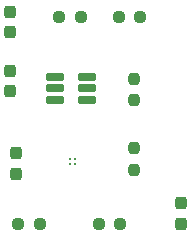
<source format=gbr>
%TF.GenerationSoftware,KiCad,Pcbnew,9.0.6*%
%TF.CreationDate,2026-01-29T18:16:48-08:00*%
%TF.ProjectId,Lab3,4c616233-2e6b-4696-9361-645f70636258,rev?*%
%TF.SameCoordinates,Original*%
%TF.FileFunction,Paste,Top*%
%TF.FilePolarity,Positive*%
%FSLAX46Y46*%
G04 Gerber Fmt 4.6, Leading zero omitted, Abs format (unit mm)*
G04 Created by KiCad (PCBNEW 9.0.6) date 2026-01-29 18:16:48*
%MOMM*%
%LPD*%
G01*
G04 APERTURE LIST*
G04 Aperture macros list*
%AMRoundRect*
0 Rectangle with rounded corners*
0 $1 Rounding radius*
0 $2 $3 $4 $5 $6 $7 $8 $9 X,Y pos of 4 corners*
0 Add a 4 corners polygon primitive as box body*
4,1,4,$2,$3,$4,$5,$6,$7,$8,$9,$2,$3,0*
0 Add four circle primitives for the rounded corners*
1,1,$1+$1,$2,$3*
1,1,$1+$1,$4,$5*
1,1,$1+$1,$6,$7*
1,1,$1+$1,$8,$9*
0 Add four rect primitives between the rounded corners*
20,1,$1+$1,$2,$3,$4,$5,0*
20,1,$1+$1,$4,$5,$6,$7,0*
20,1,$1+$1,$6,$7,$8,$9,0*
20,1,$1+$1,$8,$9,$2,$3,0*%
G04 Aperture macros list end*
%ADD10RoundRect,0.237500X-0.250000X-0.237500X0.250000X-0.237500X0.250000X0.237500X-0.250000X0.237500X0*%
%ADD11RoundRect,0.237500X-0.237500X0.250000X-0.237500X-0.250000X0.237500X-0.250000X0.237500X0.250000X0*%
%ADD12RoundRect,0.237500X0.237500X-0.250000X0.237500X0.250000X-0.237500X0.250000X-0.237500X-0.250000X0*%
%ADD13RoundRect,0.237500X0.237500X-0.300000X0.237500X0.300000X-0.237500X0.300000X-0.237500X-0.300000X0*%
%ADD14RoundRect,0.237500X-0.237500X0.287500X-0.237500X-0.287500X0.237500X-0.287500X0.237500X0.287500X0*%
%ADD15RoundRect,0.237500X0.250000X0.237500X-0.250000X0.237500X-0.250000X-0.237500X0.250000X-0.237500X0*%
%ADD16RoundRect,0.237500X-0.237500X0.300000X-0.237500X-0.300000X0.237500X-0.300000X0.237500X0.300000X0*%
%ADD17RoundRect,0.162500X-0.617500X-0.162500X0.617500X-0.162500X0.617500X0.162500X-0.617500X0.162500X0*%
%ADD18C,0.230000*%
G04 APERTURE END LIST*
D10*
%TO.C,R3*%
X169675000Y-61460000D03*
X171500000Y-61460000D03*
%TD*%
D11*
%TO.C,R5*%
X176000000Y-66635000D03*
X176000000Y-68460000D03*
%TD*%
D12*
%TO.C,R1*%
X176000000Y-74372500D03*
X176000000Y-72547500D03*
%TD*%
D10*
%TO.C,R6*%
X173000000Y-78960000D03*
X174825000Y-78960000D03*
%TD*%
D13*
%TO.C,C2*%
X165500000Y-67685000D03*
X165500000Y-65960000D03*
%TD*%
D10*
%TO.C,R4*%
X174675000Y-61460000D03*
X176500000Y-61460000D03*
%TD*%
D14*
%TO.C,D1*%
X180000000Y-77210000D03*
X180000000Y-78960000D03*
%TD*%
D15*
%TO.C,R2*%
X168000000Y-78960000D03*
X166175000Y-78960000D03*
%TD*%
D16*
%TO.C,C3*%
X165500000Y-60960000D03*
X165500000Y-62685000D03*
%TD*%
D17*
%TO.C,U2*%
X169300000Y-66510000D03*
X169300000Y-67460000D03*
X169300000Y-68410000D03*
X172000000Y-68410000D03*
X172000000Y-67460000D03*
X172000000Y-66510000D03*
%TD*%
D16*
%TO.C,C1*%
X166000000Y-72960000D03*
X166000000Y-74685000D03*
%TD*%
D18*
%TO.C,U1*%
X170600000Y-73460000D03*
X171000000Y-73460000D03*
X170600000Y-73860000D03*
X171000000Y-73860000D03*
%TD*%
M02*

</source>
